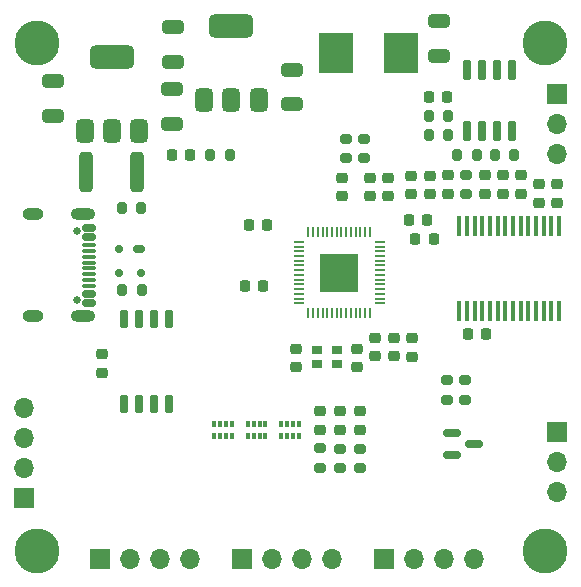
<source format=gbr>
%TF.GenerationSoftware,KiCad,Pcbnew,8.0.9-8.0.9-0~ubuntu22.04.1*%
%TF.CreationDate,2025-11-15T02:19:11+01:00*%
%TF.ProjectId,GLITCHING_FMAW,474c4954-4348-4494-9e47-5f464d41572e,rev?*%
%TF.SameCoordinates,Original*%
%TF.FileFunction,Soldermask,Top*%
%TF.FilePolarity,Negative*%
%FSLAX46Y46*%
G04 Gerber Fmt 4.6, Leading zero omitted, Abs format (unit mm)*
G04 Created by KiCad (PCBNEW 8.0.9-8.0.9-0~ubuntu22.04.1) date 2025-11-15 02:19:11*
%MOMM*%
%LPD*%
G01*
G04 APERTURE LIST*
G04 Aperture macros list*
%AMRoundRect*
0 Rectangle with rounded corners*
0 $1 Rounding radius*
0 $2 $3 $4 $5 $6 $7 $8 $9 X,Y pos of 4 corners*
0 Add a 4 corners polygon primitive as box body*
4,1,4,$2,$3,$4,$5,$6,$7,$8,$9,$2,$3,0*
0 Add four circle primitives for the rounded corners*
1,1,$1+$1,$2,$3*
1,1,$1+$1,$4,$5*
1,1,$1+$1,$6,$7*
1,1,$1+$1,$8,$9*
0 Add four rect primitives between the rounded corners*
20,1,$1+$1,$2,$3,$4,$5,0*
20,1,$1+$1,$4,$5,$6,$7,0*
20,1,$1+$1,$6,$7,$8,$9,0*
20,1,$1+$1,$8,$9,$2,$3,0*%
G04 Aperture macros list end*
%ADD10RoundRect,0.150000X-0.587500X-0.150000X0.587500X-0.150000X0.587500X0.150000X-0.587500X0.150000X0*%
%ADD11RoundRect,0.200000X-0.200000X-0.275000X0.200000X-0.275000X0.200000X0.275000X-0.200000X0.275000X0*%
%ADD12RoundRect,0.250000X0.650000X-0.325000X0.650000X0.325000X-0.650000X0.325000X-0.650000X-0.325000X0*%
%ADD13RoundRect,0.225000X0.250000X-0.225000X0.250000X0.225000X-0.250000X0.225000X-0.250000X-0.225000X0*%
%ADD14RoundRect,0.225000X-0.225000X-0.250000X0.225000X-0.250000X0.225000X0.250000X-0.225000X0.250000X0*%
%ADD15R,1.700000X1.700000*%
%ADD16O,1.700000X1.700000*%
%ADD17RoundRect,0.175000X-0.325000X0.175000X-0.325000X-0.175000X0.325000X-0.175000X0.325000X0.175000X0*%
%ADD18RoundRect,0.150000X-0.150000X0.200000X-0.150000X-0.200000X0.150000X-0.200000X0.150000X0.200000X0*%
%ADD19RoundRect,0.225000X-0.250000X0.225000X-0.250000X-0.225000X0.250000X-0.225000X0.250000X0.225000X0*%
%ADD20RoundRect,0.200000X0.275000X-0.200000X0.275000X0.200000X-0.275000X0.200000X-0.275000X-0.200000X0*%
%ADD21RoundRect,0.250000X-0.650000X0.325000X-0.650000X-0.325000X0.650000X-0.325000X0.650000X0.325000X0*%
%ADD22RoundRect,0.225000X0.225000X0.250000X-0.225000X0.250000X-0.225000X-0.250000X0.225000X-0.250000X0*%
%ADD23R,2.950000X3.500000*%
%ADD24R,0.320000X0.500000*%
%ADD25RoundRect,0.375000X0.375000X-0.625000X0.375000X0.625000X-0.375000X0.625000X-0.375000X-0.625000X0*%
%ADD26RoundRect,0.500000X1.400000X-0.500000X1.400000X0.500000X-1.400000X0.500000X-1.400000X-0.500000X0*%
%ADD27RoundRect,0.150000X0.150000X-0.650000X0.150000X0.650000X-0.150000X0.650000X-0.150000X-0.650000X0*%
%ADD28RoundRect,0.150000X0.150000X-0.725000X0.150000X0.725000X-0.150000X0.725000X-0.150000X-0.725000X0*%
%ADD29RoundRect,0.200000X0.200000X0.275000X-0.200000X0.275000X-0.200000X-0.275000X0.200000X-0.275000X0*%
%ADD30RoundRect,0.218750X0.218750X0.256250X-0.218750X0.256250X-0.218750X-0.256250X0.218750X-0.256250X0*%
%ADD31RoundRect,0.218750X0.256250X-0.218750X0.256250X0.218750X-0.256250X0.218750X-0.256250X-0.218750X0*%
%ADD32R,0.900000X0.800000*%
%ADD33C,3.800000*%
%ADD34R,0.450000X1.750000*%
%ADD35RoundRect,0.050000X-0.387500X-0.050000X0.387500X-0.050000X0.387500X0.050000X-0.387500X0.050000X0*%
%ADD36RoundRect,0.050000X-0.050000X-0.387500X0.050000X-0.387500X0.050000X0.387500X-0.050000X0.387500X0*%
%ADD37R,3.200000X3.200000*%
%ADD38C,0.650000*%
%ADD39RoundRect,0.150000X-0.425000X0.150000X-0.425000X-0.150000X0.425000X-0.150000X0.425000X0.150000X0*%
%ADD40RoundRect,0.075000X-0.500000X0.075000X-0.500000X-0.075000X0.500000X-0.075000X0.500000X0.075000X0*%
%ADD41O,2.100000X1.000000*%
%ADD42O,1.800000X1.000000*%
%ADD43RoundRect,0.250000X-0.312500X-1.450000X0.312500X-1.450000X0.312500X1.450000X-0.312500X1.450000X0*%
G04 APERTURE END LIST*
D10*
%TO.C,Q1*%
X68125000Y-60050000D03*
X68125000Y-61950000D03*
X70000000Y-61000000D03*
%TD*%
D11*
%TO.C,R5*%
X66175000Y-34850000D03*
X67825000Y-34850000D03*
%TD*%
D12*
%TO.C,C5*%
X67050000Y-28125001D03*
X67050000Y-25174999D03*
%TD*%
D13*
%TO.C,C14*%
X72450000Y-39775000D03*
X72450000Y-38225000D03*
%TD*%
D14*
%TO.C,C21*%
X65050000Y-43600000D03*
X66600000Y-43600000D03*
%TD*%
D15*
%TO.C,J3*%
X77000000Y-59920000D03*
D16*
X77000000Y-62460000D03*
X77000000Y-65000000D03*
%TD*%
D11*
%TO.C,R3*%
X68600000Y-36500000D03*
X70250000Y-36500000D03*
%TD*%
D17*
%TO.C,D4*%
X41650000Y-44480000D03*
D18*
X39950000Y-44480000D03*
X39950000Y-46480000D03*
X41850000Y-46480000D03*
%TD*%
D14*
%TO.C,C15*%
X69500000Y-51700000D03*
X71050000Y-51700000D03*
%TD*%
D19*
%TO.C,C17*%
X60120710Y-52895711D03*
X60120710Y-54445711D03*
%TD*%
D15*
%TO.C,J5*%
X50380000Y-70700000D03*
D16*
X52920000Y-70700000D03*
X55459999Y-70700000D03*
X58000000Y-70700000D03*
%TD*%
D20*
%TO.C,R14*%
X58700000Y-63050000D03*
X58700000Y-61400000D03*
%TD*%
%TO.C,R13*%
X60400000Y-63050000D03*
X60400000Y-61400000D03*
%TD*%
D11*
%TO.C,R4*%
X71750000Y-36500000D03*
X73400000Y-36500000D03*
%TD*%
D21*
%TO.C,C4*%
X44500000Y-25650000D03*
X44500000Y-28600002D03*
%TD*%
D19*
%TO.C,C26*%
X61650000Y-52000000D03*
X61650000Y-53550000D03*
%TD*%
%TO.C,C20*%
X63200000Y-52000000D03*
X63200000Y-53550000D03*
%TD*%
D13*
%TO.C,C27*%
X61200000Y-40000000D03*
X61200000Y-38450000D03*
%TD*%
D22*
%TO.C,C25*%
X52175000Y-47600000D03*
X50625000Y-47600000D03*
%TD*%
D13*
%TO.C,C12*%
X77050000Y-40550000D03*
X77050000Y-39000000D03*
%TD*%
D15*
%TO.C,J2*%
X77000000Y-31320001D03*
D16*
X77000000Y-33860001D03*
X77000000Y-36400000D03*
%TD*%
D15*
%TO.C,J6*%
X62380000Y-70700000D03*
D16*
X64920000Y-70700000D03*
X67459999Y-70700000D03*
X70000000Y-70700000D03*
%TD*%
D12*
%TO.C,C3*%
X54575000Y-32225002D03*
X54575000Y-29275000D03*
%TD*%
D21*
%TO.C,C2*%
X34400000Y-30224999D03*
X34400000Y-33175001D03*
%TD*%
D23*
%TO.C,L1*%
X58350000Y-27875000D03*
X63800000Y-27875000D03*
%TD*%
D19*
%TO.C,C16*%
X38550000Y-53375000D03*
X38550000Y-54925000D03*
%TD*%
D24*
%TO.C,RN2*%
X52350000Y-59300001D03*
X51850000Y-59300000D03*
X51350000Y-59300000D03*
X50850000Y-59300001D03*
X50850000Y-60299999D03*
X51350000Y-60300000D03*
X51850000Y-60300000D03*
X52350000Y-60299999D03*
%TD*%
D12*
%TO.C,C1*%
X44475000Y-33895002D03*
X44475000Y-30945000D03*
%TD*%
D25*
%TO.C,U2*%
X47170000Y-31860001D03*
X49470000Y-31860000D03*
D26*
X49470000Y-25560002D03*
D25*
X51770000Y-31860001D03*
%TD*%
D27*
%TO.C,U5*%
X40395000Y-57600000D03*
X41665000Y-57600000D03*
X42935000Y-57600000D03*
X44205000Y-57600000D03*
X44205000Y-50400000D03*
X42935000Y-50400000D03*
X41665000Y-50400000D03*
X40395000Y-50400000D03*
%TD*%
D28*
%TO.C,U3*%
X69445002Y-34475000D03*
X70715001Y-34475000D03*
X71985001Y-34475000D03*
X73255000Y-34475000D03*
X73255000Y-29325000D03*
X71985001Y-29325000D03*
X70715001Y-29325000D03*
X69445002Y-29325000D03*
%TD*%
D20*
%TO.C,R8*%
X59200000Y-36800000D03*
X59200000Y-35150000D03*
%TD*%
D22*
%TO.C,C24*%
X52525000Y-42450000D03*
X50975000Y-42450000D03*
%TD*%
D20*
%TO.C,R10*%
X67700000Y-57250000D03*
X67700000Y-55600000D03*
%TD*%
D29*
%TO.C,R6*%
X67825000Y-33200000D03*
X66175000Y-33200000D03*
%TD*%
D19*
%TO.C,C18*%
X54970711Y-52920710D03*
X54970711Y-54470710D03*
%TD*%
D30*
%TO.C,D5*%
X46000000Y-36500000D03*
X44424998Y-36500000D03*
%TD*%
D13*
%TO.C,C22*%
X58800000Y-39975000D03*
X58800000Y-38425000D03*
%TD*%
D29*
%TO.C,R27*%
X49325000Y-36500000D03*
X47675000Y-36500000D03*
%TD*%
D31*
%TO.C,D2*%
X60400000Y-59800000D03*
X60400000Y-58224998D03*
%TD*%
D13*
%TO.C,C8*%
X66250000Y-39800000D03*
X66250000Y-38250000D03*
%TD*%
D20*
%TO.C,R9*%
X60725000Y-36800000D03*
X60725000Y-35150000D03*
%TD*%
D13*
%TO.C,C6*%
X67775000Y-39775000D03*
X67775000Y-38225000D03*
%TD*%
D29*
%TO.C,R1*%
X41825000Y-41000000D03*
X40175000Y-41000000D03*
%TD*%
D13*
%TO.C,C9*%
X64700000Y-39800000D03*
X64700000Y-38250000D03*
%TD*%
D32*
%TO.C,Y1*%
X58370711Y-52995710D03*
X56720711Y-52995710D03*
X56720711Y-54245710D03*
X58370711Y-54245710D03*
%TD*%
D19*
%TO.C,C19*%
X64750000Y-52025000D03*
X64750000Y-53575000D03*
%TD*%
D33*
%TO.C,H1*%
X33000000Y-27000000D03*
%TD*%
D34*
%TO.C,U6*%
X68765000Y-49730000D03*
X69415000Y-49730000D03*
X70065000Y-49730000D03*
X70715000Y-49729999D03*
X71365000Y-49730000D03*
X72014999Y-49730000D03*
X72665000Y-49730000D03*
X73315000Y-49730000D03*
X73965001Y-49730000D03*
X74615000Y-49730000D03*
X75265000Y-49729999D03*
X75915000Y-49730000D03*
X76565000Y-49730000D03*
X77215000Y-49730000D03*
X77215000Y-42530000D03*
X76565000Y-42530000D03*
X75915000Y-42530000D03*
X75265000Y-42530001D03*
X74615000Y-42530000D03*
X73965001Y-42530000D03*
X73315000Y-42530000D03*
X72665000Y-42530000D03*
X72014999Y-42530000D03*
X71365000Y-42530000D03*
X70715000Y-42530001D03*
X70065000Y-42530000D03*
X69415000Y-42530000D03*
X68765000Y-42530000D03*
%TD*%
D22*
%TO.C,C7*%
X67750000Y-31600000D03*
X66200000Y-31600000D03*
%TD*%
D35*
%TO.C,U4*%
X55152500Y-43860000D03*
X55152500Y-44260001D03*
X55152500Y-44660000D03*
X55152500Y-45060000D03*
X55152500Y-45460000D03*
X55152500Y-45859999D03*
X55152500Y-46260000D03*
X55152500Y-46660000D03*
X55152500Y-47060001D03*
X55152500Y-47460000D03*
X55152500Y-47860000D03*
X55152500Y-48260000D03*
X55152500Y-48659999D03*
X55152500Y-49060000D03*
D36*
X55990000Y-49897500D03*
X56390001Y-49897500D03*
X56790000Y-49897500D03*
X57190000Y-49897500D03*
X57590000Y-49897500D03*
X57989999Y-49897500D03*
X58390000Y-49897500D03*
X58790000Y-49897500D03*
X59190001Y-49897500D03*
X59590000Y-49897500D03*
X59990000Y-49897500D03*
X60390000Y-49897500D03*
X60789999Y-49897500D03*
X61190000Y-49897500D03*
D35*
X62027500Y-49060000D03*
X62027500Y-48659999D03*
X62027500Y-48260000D03*
X62027500Y-47860000D03*
X62027500Y-47460000D03*
X62027500Y-47060001D03*
X62027500Y-46660000D03*
X62027500Y-46260000D03*
X62027500Y-45859999D03*
X62027500Y-45460000D03*
X62027500Y-45060000D03*
X62027500Y-44660000D03*
X62027500Y-44260001D03*
X62027500Y-43860000D03*
D36*
X61190000Y-43022500D03*
X60789999Y-43022500D03*
X60390000Y-43022500D03*
X59990000Y-43022500D03*
X59590000Y-43022500D03*
X59190001Y-43022500D03*
X58790000Y-43022500D03*
X58390000Y-43022500D03*
X57989999Y-43022500D03*
X57590000Y-43022500D03*
X57190000Y-43022500D03*
X56790000Y-43022500D03*
X56390001Y-43022500D03*
X55990000Y-43022500D03*
D37*
X58590000Y-46460000D03*
%TD*%
D33*
%TO.C,H2*%
X33000000Y-70000000D03*
%TD*%
D13*
%TO.C,C28*%
X62700000Y-40000000D03*
X62700000Y-38450000D03*
%TD*%
D29*
%TO.C,R2*%
X41875000Y-47925000D03*
X40225000Y-47925000D03*
%TD*%
D15*
%TO.C,J4*%
X38380000Y-70700000D03*
D16*
X40920000Y-70700000D03*
X43459999Y-70700000D03*
X46000000Y-70700000D03*
%TD*%
D24*
%TO.C,RN3*%
X55200000Y-59300002D03*
X54700000Y-59300001D03*
X54200000Y-59300001D03*
X53700000Y-59300002D03*
X53700000Y-60300000D03*
X54200000Y-60300001D03*
X54700000Y-60300001D03*
X55200000Y-60300000D03*
%TD*%
D13*
%TO.C,C11*%
X75500000Y-40550000D03*
X75500000Y-39000000D03*
%TD*%
D38*
%TO.C,J1*%
X36380000Y-42970000D03*
X36380000Y-48750000D03*
D39*
X37455000Y-42660000D03*
X37455000Y-43460000D03*
D40*
X37454999Y-44610000D03*
X37455000Y-45610000D03*
X37455000Y-46110000D03*
X37454999Y-47110000D03*
D39*
X37455000Y-48260000D03*
X37455000Y-49060000D03*
X37455000Y-49060000D03*
X37455000Y-48260000D03*
D40*
X37455000Y-47610000D03*
X37455000Y-46610000D03*
X37455000Y-45110000D03*
X37455000Y-44110000D03*
D39*
X37455000Y-43460000D03*
X37455000Y-42660000D03*
D41*
X36880000Y-41540000D03*
D42*
X32700000Y-41540000D03*
D41*
X36880000Y-50180000D03*
D42*
X32700000Y-50180000D03*
%TD*%
D20*
%TO.C,R12*%
X57000000Y-63000000D03*
X57000000Y-61350000D03*
%TD*%
D14*
%TO.C,C23*%
X64500000Y-42000000D03*
X66050000Y-42000000D03*
%TD*%
D31*
%TO.C,D3*%
X58700000Y-59800000D03*
X58700000Y-58224998D03*
%TD*%
D43*
%TO.C,F1*%
X37175000Y-37975000D03*
X41450000Y-37975000D03*
%TD*%
D13*
%TO.C,C13*%
X70925000Y-39775000D03*
X70925000Y-38225000D03*
%TD*%
D24*
%TO.C,RN1*%
X49500000Y-59300002D03*
X49000000Y-59300001D03*
X48500000Y-59300001D03*
X48000000Y-59300002D03*
X48000000Y-60300000D03*
X48500000Y-60300001D03*
X49000000Y-60300001D03*
X49500000Y-60300000D03*
%TD*%
D13*
%TO.C,C10*%
X73975000Y-39775000D03*
X73975000Y-38225000D03*
%TD*%
D33*
%TO.C,H4*%
X76000000Y-27000000D03*
%TD*%
D25*
%TO.C,U1*%
X37042500Y-34515001D03*
X39342500Y-34515000D03*
D26*
X39342500Y-28215002D03*
D25*
X41642500Y-34515001D03*
%TD*%
D15*
%TO.C,J7*%
X31900000Y-65540000D03*
D16*
X31900000Y-63000000D03*
X31900000Y-60460001D03*
X31900000Y-57920000D03*
%TD*%
D20*
%TO.C,R7*%
X69300000Y-39825000D03*
X69300000Y-38175000D03*
%TD*%
%TO.C,R11*%
X69250000Y-57250000D03*
X69250000Y-55600000D03*
%TD*%
D33*
%TO.C,H3*%
X76000000Y-70000000D03*
%TD*%
D31*
%TO.C,D1*%
X57000000Y-59787501D03*
X57000000Y-58212499D03*
%TD*%
M02*

</source>
